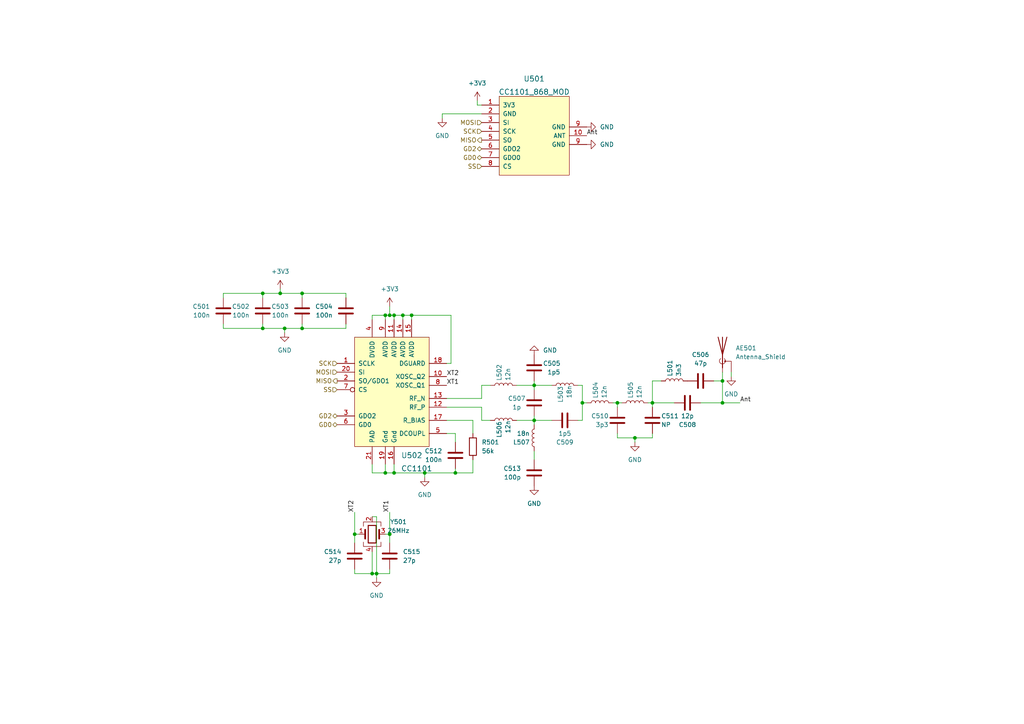
<source format=kicad_sch>
(kicad_sch (version 20211123) (generator eeschema)
  (paper "A4")
  (lib_symbols
    (symbol "CC1101_868_MOD:CC1101_868_MOD" (pin_names (offset 1.016))
      (property "Reference" "U503" (at 0 16.51 0))
      (property "Value" "CC1101_868_MOD" (at 0 12.7 0))
      (symbol "CC1101_868_MOD_0_1"
        (rectangle (start -10.16 11.43) (end 10.16 -11.43) (fill (type background)))
      )
      (symbol "CC1101_868_MOD_1_1"
        (pin unspecified line (at -15.24 8.89 0) (length 5.08) (name "3V3") (number "1"))
        (pin unspecified line (at 15.24 0 180) (length 5.08) (name "ANT") (number "10"))
        (pin unspecified line (at -15.24 6.35 0) (length 5.08) (name "GND") (number "2"))
        (pin unspecified line (at -15.24 3.81 0) (length 5.08) (name "SI") (number "3"))
        (pin unspecified line (at -15.24 1.27 0) (length 5.08) (name "SCK") (number "4"))
        (pin unspecified line (at -15.24 -1.27 0) (length 5.08) (name "SO") (number "5"))
        (pin unspecified line (at -15.24 -3.81 0) (length 5.08) (name "GDO2") (number "6"))
        (pin unspecified line (at -15.24 -6.35 0) (length 5.08) (name "GDO0") (number "7"))
        (pin unspecified line (at -15.24 -8.89 0) (length 5.08) (name "CS") (number "8"))
        (pin unspecified line (at 15.24 -2.54 180) (length 5.08) (name "GND") (number "9"))
        (pin unspecified line (at 15.24 2.54 180) (length 5.08) (name "GND") (number "9"))
      )
    )
    (symbol "Device:Antenna_Shield" (pin_numbers hide) (pin_names (offset 1.016) hide)
      (property "Reference" "AE" (at -1.905 4.445 0))
      (property "Value" "Antenna_Shield" (at -1.905 2.54 0))
      (symbol "Antenna_Shield_0_1"
        (arc (start -0.508 -1.143) (mid -0.8429 -2.1194) (end 0 -2.667))
        (arc (start 0 -2.667) (mid 0.7989 -2.1052) (end 0.508 -1.143))
        (polyline (pts (xy 0 -2.54) (xy 0 0)))
        (polyline (pts (xy 0 5.08) (xy 0 -3.81)) (stroke (width 0.254)))
        (polyline (pts (xy 0.762 -1.905) (xy 2.54 -1.905)))
        (polyline (pts (xy 2.54 -2.54) (xy 2.54 -1.905)))
        (polyline (pts (xy 1.27 5.08) (xy 0 0) (xy -1.27 5.08)) (stroke (width 0.254)))
        (circle (center 0.762 -1.905) (radius 0.1778) (fill (type outline)))
      )
      (symbol "Antenna_Shield_1_1"
        (pin input line (at 0 -5.08 90) (length 2.54) (name "A") (number "1"))
        (pin input line (at 2.54 -5.08 90) (length 2.54) (name "Shield") (number "2"))
      )
    )
    (symbol "Device:C" (pin_numbers hide) (pin_names (offset 0.254))
      (property "Reference" "C" (at 0.635 2.54 0))
      (property "Value" "C" (at 0.635 -2.54 0))
      (symbol "C_0_1"
        (polyline (pts (xy -2.032 -0.762) (xy 2.032 -0.762)) (stroke (width 0.508)))
        (polyline (pts (xy -2.032 0.762) (xy 2.032 0.762)) (stroke (width 0.508)))
      )
      (symbol "C_1_1"
        (pin passive line (at 0 3.81 270) (length 2.794) (name "~") (number "1"))
        (pin passive line (at 0 -3.81 90) (length 2.794) (name "~") (number "2"))
      )
    )
    (symbol "Device:Crystal_GND24" (pin_names (offset 1.016) hide)
      (property "Reference" "Y" (at 3.175 5.08 0))
      (property "Value" "Crystal_GND24" (at 3.175 3.175 0))
      (symbol "Crystal_GND24_0_1"
        (rectangle (start -1.143 2.54) (end 1.143 -2.54) (stroke (width 0.3048)))
        (polyline (pts (xy -2.54 0) (xy -2.032 0)))
        (polyline (pts (xy -2.032 -1.27) (xy -2.032 1.27)) (stroke (width 0.508)))
        (polyline (pts (xy 0 -3.81) (xy 0 -3.556)))
        (polyline (pts (xy 0 3.556) (xy 0 3.81)))
        (polyline (pts (xy 2.032 -1.27) (xy 2.032 1.27)) (stroke (width 0.508)))
        (polyline (pts (xy 2.032 0) (xy 2.54 0)))
        (polyline (pts (xy -2.54 -2.286) (xy -2.54 -3.556) (xy 2.54 -3.556) (xy 2.54 -2.286)))
        (polyline (pts (xy -2.54 2.286) (xy -2.54 3.556) (xy 2.54 3.556) (xy 2.54 2.286)))
      )
      (symbol "Crystal_GND24_1_1"
        (pin passive line (at -3.81 0 0) (length 1.27) (name "1") (number "1"))
        (pin passive line (at 0 5.08 270) (length 1.27) (name "2") (number "2"))
        (pin passive line (at 3.81 0 180) (length 1.27) (name "3") (number "3"))
        (pin passive line (at 0 -5.08 90) (length 1.27) (name "4") (number "4"))
      )
    )
    (symbol "Device:L" (pin_numbers hide) (pin_names (offset 1.016) hide)
      (property "Reference" "L" (at -1.27 0 90))
      (property "Value" "L" (at 1.905 0 90))
      (symbol "L_0_1"
        (arc (start 0 -2.54) (mid 0.635 -1.905) (end 0 -1.27))
        (arc (start 0 -1.27) (mid 0.635 -0.635) (end 0 0))
        (arc (start 0 0) (mid 0.635 0.635) (end 0 1.27))
        (arc (start 0 1.27) (mid 0.635 1.905) (end 0 2.54))
      )
      (symbol "L_1_1"
        (pin passive line (at 0 3.81 270) (length 1.27) (name "1") (number "1"))
        (pin passive line (at 0 -3.81 90) (length 1.27) (name "2") (number "2"))
      )
    )
    (symbol "Device:R" (pin_numbers hide) (pin_names (offset 0))
      (property "Reference" "R" (at 2.032 0 90))
      (property "Value" "R" (at 0 0 90))
      (symbol "R_0_1"
        (rectangle (start -1.016 -2.54) (end 1.016 2.54) (stroke (width 0.254)))
      )
      (symbol "R_1_1"
        (pin passive line (at 0 3.81 270) (length 1.27) (name "~") (number "1"))
        (pin passive line (at 0 -3.81 90) (length 1.27) (name "~") (number "2"))
      )
    )
    (symbol "cc1101:CC1101" (pin_names (offset 1.016))
      (property "Reference" "U" (at 0 -1.27 0))
      (property "Value" "CC1101" (at 0 1.27 0))
      (symbol "CC1101_0_1"
        (rectangle (start -10.16 20.32) (end 11.43 -11.43) (fill (type background)))
      )
      (symbol "CC1101_1_1"
        (pin input line (at -15.24 12.7 0) (length 5.08) (name "SCLK") (number "1"))
        (pin unspecified line (at 16.51 8.89 180) (length 5.08) (name "XOSC_Q2") (number "10"))
        (pin power_in line (at 1.27 25.4 270) (length 5.08) (name "AVDD") (number "11"))
        (pin power_out line (at 16.51 0 180) (length 5.08) (name "RF_P") (number "12"))
        (pin power_out line (at 16.51 2.54 180) (length 5.08) (name "RF_N") (number "13"))
        (pin power_in line (at 3.81 25.4 270) (length 5.08) (name "AVDD") (number "14"))
        (pin power_in line (at 6.35 25.4 270) (length 5.08) (name "AVDD") (number "15"))
        (pin power_in line (at 1.27 -16.51 90) (length 5.08) (name "Gnd") (number "16"))
        (pin unspecified line (at 16.51 -3.81 180) (length 5.08) (name "R_BIAS") (number "17"))
        (pin power_in line (at 16.51 12.7 180) (length 5.08) (name "DGUARD") (number "18"))
        (pin power_in line (at -1.27 -16.51 90) (length 5.08) (name "Gnd") (number "19"))
        (pin output line (at -15.24 7.62 0) (length 5.08) (name "SO/GDO1") (number "2"))
        (pin input line (at -15.24 10.16 0) (length 5.08) (name "SI") (number "20"))
        (pin power_in line (at -5.08 -16.51 90) (length 5.08) (name "PAD") (number "21"))
        (pin output line (at -15.24 -2.54 0) (length 5.08) (name "GDO2") (number "3"))
        (pin power_in line (at -5.08 25.4 270) (length 5.08) (name "DVDD") (number "4"))
        (pin unspecified line (at 16.51 -7.62 180) (length 5.08) (name "DCOUPL") (number "5"))
        (pin output line (at -15.24 -5.08 0) (length 5.08) (name "GD0") (number "6"))
        (pin input inverted (at -15.24 5.08 0) (length 5.08) (name "CS") (number "7"))
        (pin input line (at 16.51 6.35 180) (length 5.08) (name "XOSC_Q1") (number "8"))
        (pin power_in line (at -1.27 25.4 270) (length 5.08) (name "AVDD") (number "9"))
      )
    )
    (symbol "power:+3V3" (power) (pin_names (offset 0))
      (property "Value" "+3V3" (at 0 3.556 0))
      (symbol "+3V3_0_1"
        (polyline (pts (xy -0.762 1.27) (xy 0 2.54)))
        (polyline (pts (xy 0 0) (xy 0 2.54)))
        (polyline (pts (xy 0 2.54) (xy 0.762 1.27)))
      )
      (symbol "+3V3_1_1"
        (pin power_in line (at 0 0 90) (length 0) hide (name "+3V3") (number "1"))
      )
    )
    (symbol "power:GND" (power) (pin_names (offset 0))
      (property "Value" "GND" (at 0 -3.81 0))
      (symbol "GND_0_1"
        (polyline (pts (xy 0 0) (xy 0 -1.27) (xy 1.27 -1.27) (xy 0 -2.54) (xy -1.27 -1.27) (xy 0 -1.27)))
      )
      (symbol "GND_1_1"
        (pin power_in line (at 0 0 270) (length 0) hide (name "GND") (number "1"))
      )
    )
  )
  (junction (at 154.94 111.76))
  (junction (at 123.19 137.16))
  (junction (at 87.63 95.25))
  (junction (at 81.28 85.09))
  (junction (at 87.63 85.09))
  (junction (at 111.76 137.16))
  (junction (at 189.23 116.84))
  (junction (at 113.03 154.94))
  (junction (at 184.15 127))
  (junction (at 82.55 95.25))
  (junction (at 102.87 154.94))
  (junction (at 109.22 166.37))
  (junction (at 209.55 110.49))
  (junction (at 132.08 137.16))
  (junction (at 114.3 137.16))
  (junction (at 107.95 166.37))
  (junction (at 76.2 95.25))
  (junction (at 119.38 91.44))
  (junction (at 116.84 91.44))
  (junction (at 168.91 116.84))
  (junction (at 154.94 121.92))
  (junction (at 179.07 116.84))
  (junction (at 209.55 116.84))
  (junction (at 113.03 91.44))
  (junction (at 111.76 91.44))
  (junction (at 114.3 91.44))
  (junction (at 76.2 85.09))
  (wire (pts (xy 76.2 85.09) (xy 76.2 86.36)))
  (wire (pts (xy 139.7 121.92) (xy 142.24 121.92)))
  (wire (pts (xy 109.22 166.37) (xy 113.03 166.37)))
  (wire (pts (xy 81.28 85.09) (xy 87.63 85.09)))
  (wire (pts (xy 209.55 116.84) (xy 209.55 110.49)))
  (wire (pts (xy 119.38 91.44) (xy 130.81 91.44)))
  (wire (pts (xy 149.86 121.92) (xy 154.94 121.92)))
  (wire (pts (xy 179.07 116.84) (xy 180.34 116.84)))
  (wire (pts (xy 129.54 118.11) (xy 139.7 118.11)))
  (wire (pts (xy 179.07 125.73) (xy 179.07 127)))
  (wire (pts (xy 179.07 127) (xy 184.15 127)))
  (wire (pts (xy 168.91 116.84) (xy 168.91 121.92)))
  (wire (pts (xy 207.01 110.49) (xy 209.55 110.49)))
  (wire (pts (xy 76.2 85.09) (xy 81.28 85.09)))
  (wire (pts (xy 179.07 116.84) (xy 179.07 118.11)))
  (wire (pts (xy 109.22 166.37) (xy 109.22 167.64)))
  (wire (pts (xy 123.19 137.16) (xy 132.08 137.16)))
  (wire (pts (xy 107.95 166.37) (xy 109.22 166.37)))
  (wire (pts (xy 111.76 137.16) (xy 114.3 137.16)))
  (wire (pts (xy 113.03 165.1) (xy 113.03 166.37)))
  (wire (pts (xy 129.54 125.73) (xy 132.08 125.73)))
  (wire (pts (xy 129.54 121.92) (xy 137.16 121.92)))
  (wire (pts (xy 154.94 130.81) (xy 154.94 133.35)))
  (wire (pts (xy 113.03 88.9) (xy 113.03 91.44)))
  (wire (pts (xy 87.63 85.09) (xy 100.33 85.09)))
  (wire (pts (xy 209.55 110.49) (xy 209.55 107.95)))
  (wire (pts (xy 123.19 137.16) (xy 123.19 138.43)))
  (wire (pts (xy 64.77 86.36) (xy 64.77 85.09)))
  (wire (pts (xy 167.64 111.76) (xy 168.91 111.76)))
  (wire (pts (xy 168.91 121.92) (xy 167.64 121.92)))
  (wire (pts (xy 189.23 116.84) (xy 195.58 116.84)))
  (wire (pts (xy 109.22 149.86) (xy 109.22 166.37)))
  (wire (pts (xy 102.87 148.59) (xy 102.87 154.94)))
  (wire (pts (xy 212.09 107.95) (xy 212.09 109.22)))
  (wire (pts (xy 189.23 116.84) (xy 189.23 118.11)))
  (wire (pts (xy 154.94 111.76) (xy 160.02 111.76)))
  (wire (pts (xy 100.33 95.25) (xy 100.33 93.98)))
  (wire (pts (xy 177.8 116.84) (xy 179.07 116.84)))
  (wire (pts (xy 139.7 111.76) (xy 139.7 115.57)))
  (wire (pts (xy 130.81 91.44) (xy 130.81 105.41)))
  (wire (pts (xy 107.95 92.71) (xy 107.95 91.44)))
  (wire (pts (xy 113.03 91.44) (xy 114.3 91.44)))
  (wire (pts (xy 113.03 154.94) (xy 113.03 157.48)))
  (wire (pts (xy 82.55 95.25) (xy 87.63 95.25)))
  (wire (pts (xy 154.94 121.92) (xy 154.94 123.19)))
  (wire (pts (xy 64.77 95.25) (xy 76.2 95.25)))
  (wire (pts (xy 168.91 116.84) (xy 170.18 116.84)))
  (wire (pts (xy 168.91 111.76) (xy 168.91 116.84)))
  (wire (pts (xy 76.2 95.25) (xy 76.2 93.98)))
  (wire (pts (xy 138.43 30.48) (xy 139.7 30.48)))
  (wire (pts (xy 139.7 33.02) (xy 128.27 33.02)))
  (wire (pts (xy 154.94 110.49) (xy 154.94 111.76)))
  (wire (pts (xy 149.86 111.76) (xy 154.94 111.76)))
  (wire (pts (xy 76.2 95.25) (xy 82.55 95.25)))
  (wire (pts (xy 137.16 121.92) (xy 137.16 125.73)))
  (wire (pts (xy 102.87 166.37) (xy 102.87 165.1)))
  (wire (pts (xy 111.76 91.44) (xy 111.76 92.71)))
  (wire (pts (xy 107.95 134.62) (xy 107.95 137.16)))
  (wire (pts (xy 154.94 120.65) (xy 154.94 121.92)))
  (wire (pts (xy 87.63 95.25) (xy 87.63 93.98)))
  (wire (pts (xy 132.08 137.16) (xy 137.16 137.16)))
  (wire (pts (xy 138.43 29.21) (xy 138.43 30.48)))
  (wire (pts (xy 119.38 91.44) (xy 119.38 92.71)))
  (wire (pts (xy 113.03 148.59) (xy 113.03 154.94)))
  (wire (pts (xy 142.24 111.76) (xy 139.7 111.76)))
  (wire (pts (xy 64.77 95.25) (xy 64.77 93.98)))
  (wire (pts (xy 187.96 116.84) (xy 189.23 116.84)))
  (wire (pts (xy 137.16 137.16) (xy 137.16 133.35)))
  (wire (pts (xy 114.3 137.16) (xy 123.19 137.16)))
  (wire (pts (xy 87.63 85.09) (xy 87.63 86.36)))
  (wire (pts (xy 64.77 85.09) (xy 76.2 85.09)))
  (wire (pts (xy 189.23 110.49) (xy 191.77 110.49)))
  (wire (pts (xy 184.15 127) (xy 189.23 127)))
  (wire (pts (xy 107.95 91.44) (xy 111.76 91.44)))
  (wire (pts (xy 81.28 83.82) (xy 81.28 85.09)))
  (wire (pts (xy 116.84 91.44) (xy 119.38 91.44)))
  (wire (pts (xy 189.23 110.49) (xy 189.23 116.84)))
  (wire (pts (xy 111.76 154.94) (xy 113.03 154.94)))
  (wire (pts (xy 184.15 127) (xy 184.15 128.27)))
  (wire (pts (xy 132.08 135.89) (xy 132.08 137.16)))
  (wire (pts (xy 87.63 95.25) (xy 100.33 95.25)))
  (wire (pts (xy 114.3 91.44) (xy 116.84 91.44)))
  (wire (pts (xy 139.7 115.57) (xy 129.54 115.57)))
  (wire (pts (xy 209.55 116.84) (xy 214.63 116.84)))
  (wire (pts (xy 102.87 154.94) (xy 102.87 157.48)))
  (wire (pts (xy 114.3 134.62) (xy 114.3 137.16)))
  (wire (pts (xy 111.76 134.62) (xy 111.76 137.16)))
  (wire (pts (xy 203.2 116.84) (xy 209.55 116.84)))
  (wire (pts (xy 111.76 91.44) (xy 113.03 91.44)))
  (wire (pts (xy 107.95 166.37) (xy 102.87 166.37)))
  (wire (pts (xy 100.33 85.09) (xy 100.33 86.36)))
  (wire (pts (xy 130.81 105.41) (xy 129.54 105.41)))
  (wire (pts (xy 116.84 91.44) (xy 116.84 92.71)))
  (wire (pts (xy 128.27 33.02) (xy 128.27 34.29)))
  (wire (pts (xy 107.95 160.02) (xy 107.95 166.37)))
  (wire (pts (xy 189.23 127) (xy 189.23 125.73)))
  (wire (pts (xy 132.08 125.73) (xy 132.08 128.27)))
  (wire (pts (xy 114.3 91.44) (xy 114.3 92.71)))
  (wire (pts (xy 154.94 121.92) (xy 160.02 121.92)))
  (wire (pts (xy 139.7 118.11) (xy 139.7 121.92)))
  (wire (pts (xy 82.55 95.25) (xy 82.55 96.52)))
  (wire (pts (xy 154.94 111.76) (xy 154.94 113.03)))
  (wire (pts (xy 102.87 154.94) (xy 104.14 154.94)))
  (wire (pts (xy 107.95 149.86) (xy 109.22 149.86)))
  (wire (pts (xy 107.95 137.16) (xy 111.76 137.16)))
  (label "Ant" (at 170.18 39.37 0))
  (label "XT1" (at 113.03 148.59 90))
  (label "XT2" (at 129.54 109.22 0))
  (label "XT1" (at 129.54 111.76 0))
  (label "Ant" (at 214.63 116.84 0))
  (label "XT2" (at 102.87 148.59 90))
  (hierarchical_label "GD0" (shape bidirectional) (at 139.7 45.72 180))
  (hierarchical_label "SS" (shape input) (at 139.7 48.26 180))
  (hierarchical_label "MISO" (shape output) (at 97.79 110.49 180))
  (hierarchical_label "SCK" (shape input) (at 139.7 38.1 180))
  (hierarchical_label "GD0" (shape bidirectional) (at 97.79 123.19 180))
  (hierarchical_label "MISO" (shape output) (at 139.7 40.64 180))
  (hierarchical_label "SS" (shape input) (at 97.79 113.03 180))
  (hierarchical_label "GD2" (shape bidirectional) (at 97.79 120.65 180))
  (hierarchical_label "SCK" (shape input) (at 97.79 105.41 180))
  (hierarchical_label "GD2" (shape bidirectional) (at 139.7 43.18 180))
  (hierarchical_label "MOSI" (shape input) (at 139.7 35.56 180))
  (hierarchical_label "MOSI" (shape input) (at 97.79 107.95 180))
  (symbol (lib_id "Device:C") (at 179.07 121.92 180) (unit 1)
    (property "Reference" "C510" (at 171.45 120.65 0) (effects (justify right)))
    (property "Value" "3p3" (at 172.72 123.19 0) (effects (justify right)))
    (property "Footprint" "Capacitor_SMD:C_0603_1608Metric" (effects hide))
    (property "Link" "https://www.lcsc.com/product-detail/Multilayer-Ceramic-Capacitors-MLCC-SMD-SMT_PSA-Prosperity-Dielectrics-FN18N3R3B500PSG_C565613.html" (effects hide))
  )
  (symbol (lib_id "power:GND") (at 184.15 128.27 0) (unit 1)
    (property "Reference" "#PWR0510" (effects hide))
    (property "Value" "GND" (at 184.15 133.35 0))
  )
  (symbol (lib_id "power:GND") (at 128.27 34.29 0) (unit 1)
    (property "Reference" "#PWR0502" (effects hide))
    (property "Value" "GND" (at 128.27 39.37 0))
  )
  (symbol (lib_id "Device:L") (at 146.05 111.76 90) (unit 1)
    (property "Reference" "L502" (at 144.7799 110.49 0) (effects (justify left)))
    (property "Value" "12n" (at 147.3199 110.49 0) (effects (justify left)))
    (property "Footprint" "Inductor_SMD:L_0603_1608Metric" (effects hide))
    (property "Link" "https://www.lcsc.com/product-detail/Inductors-SMD_Murata-Electronics-LQW18AN12NJ10D_C341692.html" (effects hide))
  )
  (symbol (lib_id "Device:R") (at 137.16 129.54 0) (unit 1)
    (property "Reference" "R501" (at 139.7 128.2699 0) (effects (justify left)))
    (property "Value" "56k" (at 139.7 130.8099 0) (effects (justify left)))
    (property "Footprint" "Resistor_SMD:R_0603_1608Metric" (effects hide))
  )
  (symbol (lib_id "Device:L") (at 184.15 116.84 90) (unit 1)
    (property "Reference" "L505" (at 182.8799 115.57 0) (effects (justify left)))
    (property "Value" "12n" (at 185.4199 115.57 0) (effects (justify left)))
    (property "Footprint" "Inductor_SMD:L_0603_1608Metric" (effects hide))
    (property "Link" "https://www.lcsc.com/product-detail/Inductors-SMD_Murata-Electronics-LQW18AN12NJ10D_C341692.html" (effects hide))
  )
  (symbol (lib_id "cc1101:CC1101") (at 113.03 118.11 0) (unit 1)
    (property "Reference" "U502" (at 116.3194 132.08 0) (effects (font (size 1.524 1.524)) (justify left)))
    (property "Value" "CC1101" (at 116.3194 135.89 0) (effects (font (size 1.524 1.524)) (justify left)))
    (property "Footprint" "Package_DFN_QFN:QFN-20-1EP_4x4mm_P0.5mm_EP2.5x2.5mm" (effects hide))
    (property "Link" "https://www.lcsc.com/product-detail/RF-Transceiver-ICs_Texas-Instruments-CC1101RGPR_C29953.html" (effects hide))
  )
  (symbol (lib_id "power:GND") (at 154.94 102.87 180) (unit 1)
    (property "Reference" "#PWR0508" (effects hide))
    (property "Value" "GND" (at 157.48 101.5999 0) (effects (justify right)))
  )
  (symbol (lib_id "Device:C") (at 100.33 90.17 0) (mirror x) (unit 1)
    (property "Reference" "C504" (at 96.52 88.8999 0) (effects (justify right)))
    (property "Value" "100n" (at 96.52 91.4399 0) (effects (justify right)))
    (property "Footprint" "Capacitor_SMD:C_0603_1608Metric" (effects hide))
    (property "Link" "https://www.lcsc.com/product-detail/Multilayer-Ceramic-Capacitors-MLCC-SMD-SMT_FH-Guangdong-Fenghua-Advanced-Tech-0603B104K500NT_C30926.html" (effects hide))
  )
  (symbol (lib_id "Device:C") (at 154.94 106.68 0) (unit 1)
    (property "Reference" "C505" (at 157.48 105.41 0) (effects (justify left)))
    (property "Value" "1p5" (at 158.75 107.9499 0) (effects (justify left)))
    (property "Footprint" "Capacitor_SMD:C_0603_1608Metric" (effects hide))
    (property "Link" "https://www.lcsc.com/product-detail/Multilayer-Ceramic-Capacitors-MLCC-SMD-SMT_YAGEO-CC0603BRNPO9BN1R5_C519100.html" (effects hide))
  )
  (symbol (lib_id "power:+3V3") (at 113.03 88.9 0) (unit 1)
    (property "Reference" "#PWR0506" (effects hide))
    (property "Value" "+3V3" (at 113.03 83.82 0))
  )
  (symbol (lib_id "Device:C") (at 132.08 132.08 0) (mirror x) (unit 1)
    (property "Reference" "C512" (at 128.27 130.8099 0) (effects (justify right)))
    (property "Value" "100n" (at 128.27 133.3499 0) (effects (justify right)))
    (property "Footprint" "Capacitor_SMD:C_0603_1608Metric" (effects hide))
    (property "Link" "https://www.lcsc.com/product-detail/Multilayer-Ceramic-Capacitors-MLCC-SMD-SMT_FH-Guangdong-Fenghua-Advanced-Tech-0603B104K500NT_C30926.html" (effects hide))
  )
  (symbol (lib_id "Device:C") (at 87.63 90.17 0) (mirror x) (unit 1)
    (property "Reference" "C503" (at 83.82 88.8999 0) (effects (justify right)))
    (property "Value" "100n" (at 83.82 91.4399 0) (effects (justify right)))
    (property "Footprint" "Capacitor_SMD:C_0603_1608Metric" (effects hide))
    (property "Link" "https://www.lcsc.com/product-detail/Multilayer-Ceramic-Capacitors-MLCC-SMD-SMT_FH-Guangdong-Fenghua-Advanced-Tech-0603B104K500NT_C30926.html" (effects hide))
  )
  (symbol (lib_id "Device:C") (at 199.39 116.84 90) (unit 1)
    (property "Reference" "C508" (at 199.39 123.19 90))
    (property "Value" "12p" (at 199.39 120.65 90))
    (property "Footprint" "Capacitor_SMD:C_0603_1608Metric" (effects hide))
    (property "Link" "https://www.lcsc.com/product-detail/Multilayer-Ceramic-Capacitors-MLCC-SMD-SMT_YAGEO-CC0603BRNPO9BN1R0_C115062.html" (effects hide))
  )
  (symbol (lib_id "power:+3V3") (at 81.28 83.82 0) (unit 1)
    (property "Reference" "#PWR0505" (effects hide))
    (property "Value" "+3V3" (at 81.28 78.74 0))
  )
  (symbol (lib_id "Device:C") (at 203.2 110.49 90) (unit 1)
    (property "Reference" "C506" (at 203.2 102.87 90))
    (property "Value" "47p" (at 203.2 105.41 90))
    (property "Footprint" "Capacitor_SMD:C_0603_1608Metric" (effects hide))
    (property "Link" "https://www.lcsc.com/product-detail/Multilayer-Ceramic-Capacitors-MLCC-SMD-SMT_YAGEO-CC0603JRNPO9BN470_C105622.html" (effects hide))
  )
  (symbol (lib_id "Device:C") (at 189.23 121.92 180) (unit 1)
    (property "Reference" "C511" (at 191.77 120.65 0) (effects (justify right)))
    (property "Value" "NP" (at 191.77 123.19 0) (effects (justify right)))
    (property "Footprint" "Capacitor_SMD:C_0603_1608Metric" (effects hide))
    (property "Comments" "Only for 433 MHz" (effects hide))
  )
  (symbol (lib_id "power:GND") (at 154.94 140.97 0) (unit 1)
    (property "Reference" "#PWR0512" (effects hide))
    (property "Value" "GND" (at 154.94 146.05 0))
  )
  (symbol (lib_id "Device:C") (at 163.83 121.92 90) (unit 1)
    (property "Reference" "C509" (at 163.83 128.27 90))
    (property "Value" "1p5" (at 163.83 125.73 90))
    (property "Footprint" "Capacitor_SMD:C_0603_1608Metric" (effects hide))
    (property "Link" "https://www.lcsc.com/product-detail/Multilayer-Ceramic-Capacitors-MLCC-SMD-SMT_YAGEO-CC0603BRNPO9BN1R5_C519100.html" (effects hide))
  )
  (symbol (lib_id "power:GND") (at 123.19 138.43 0) (unit 1)
    (property "Reference" "#PWR0511" (effects hide))
    (property "Value" "GND" (at 123.19 143.51 0))
  )
  (symbol (lib_id "power:GND") (at 170.18 41.91 90) (unit 1)
    (property "Reference" "#PWR0504" (effects hide))
    (property "Value" "GND" (at 173.99 41.9099 90) (effects (justify right)))
  )
  (symbol (lib_id "Device:L") (at 163.83 111.76 90) (unit 1)
    (property "Reference" "L503" (at 162.56 116.84 0) (effects (justify left)))
    (property "Value" "18n" (at 165.1 115.57 0) (effects (justify left)))
    (property "Footprint" "Inductor_SMD:L_0603_1608Metric" (effects hide))
    (property "Link" "https://www.lcsc.com/product-detail/Inductors-SMD_CEC-Shenzhen-Zhenhua-Fu-Elec-CH1608H18NJ-f_C316321.html" (effects hide))
  )
  (symbol (lib_id "Device:L") (at 173.99 116.84 90) (unit 1)
    (property "Reference" "L504" (at 172.7199 115.57 0) (effects (justify left)))
    (property "Value" "12n" (at 175.2599 115.57 0) (effects (justify left)))
    (property "Footprint" "Inductor_SMD:L_0603_1608Metric" (effects hide))
    (property "Link" "https://www.lcsc.com/product-detail/Inductors-SMD_Murata-Electronics-LQW18AN12NJ10D_C341692.html" (effects hide))
  )
  (symbol (lib_id "Device:C") (at 76.2 90.17 0) (mirror x) (unit 1)
    (property "Reference" "C502" (at 72.39 88.8999 0) (effects (justify right)))
    (property "Value" "100n" (at 72.39 91.4399 0) (effects (justify right)))
    (property "Footprint" "Capacitor_SMD:C_0603_1608Metric" (effects hide))
    (property "Link" "https://www.lcsc.com/product-detail/Multilayer-Ceramic-Capacitors-MLCC-SMD-SMT_FH-Guangdong-Fenghua-Advanced-Tech-0603B104K500NT_C30926.html" (effects hide))
  )
  (symbol (lib_id "Device:C") (at 64.77 90.17 0) (mirror x) (unit 1)
    (property "Reference" "C501" (at 60.96 88.8999 0) (effects (justify right)))
    (property "Value" "100n" (at 60.96 91.4399 0) (effects (justify right)))
    (property "Footprint" "Capacitor_SMD:C_0603_1608Metric" (effects hide))
    (property "Link" "https://www.lcsc.com/product-detail/Multilayer-Ceramic-Capacitors-MLCC-SMD-SMT_FH-Guangdong-Fenghua-Advanced-Tech-0603B104K500NT_C30926.html" (effects hide))
  )
  (symbol (lib_id "Device:L") (at 154.94 127 180) (unit 1)
    (property "Reference" "L507" (at 153.67 128.2701 0) (effects (justify left)))
    (property "Value" "18n" (at 153.67 125.7301 0) (effects (justify left)))
    (property "Footprint" "Inductor_SMD:L_0603_1608Metric" (effects hide))
    (property "Link" "https://www.lcsc.com/product-detail/Inductors-SMD_CEC-Shenzhen-Zhenhua-Fu-Elec-CH1608H18NJ-f_C316321.html" (effects hide))
  )
  (symbol (lib_id "power:GND") (at 212.09 109.22 0) (unit 1)
    (property "Reference" "#PWR0509" (effects hide))
    (property "Value" "GND" (at 212.09 114.3 0))
  )
  (symbol (lib_id "Device:L") (at 146.05 121.92 90) (unit 1)
    (property "Reference" "L506" (at 144.78 127 0) (effects (justify left)))
    (property "Value" "12n" (at 147.32 125.73 0) (effects (justify left)))
    (property "Footprint" "Inductor_SMD:L_0603_1608Metric" (effects hide))
    (property "Link" "https://www.lcsc.com/product-detail/Inductors-SMD_Murata-Electronics-LQW18AN12NJ10D_C341692.html" (effects hide))
  )
  (symbol (lib_id "Device:C") (at 113.03 161.29 180) (unit 1)
    (property "Reference" "C515" (at 116.84 160.0199 0) (effects (justify right)))
    (property "Value" "27p" (at 116.84 162.5599 0) (effects (justify right)))
    (property "Footprint" "Capacitor_SMD:C_0603_1608Metric" (effects hide))
    (property "Comments" "Match to Crystal" (effects hide))
    (property "Link" "https://www.lcsc.com/product-detail/Multilayer-Ceramic-Capacitors-MLCC-SMD-SMT_YAGEO-CC0603JRNPO9BN270_C107045.html" (effects hide))
  )
  (symbol (lib_id "Device:Crystal_GND24") (at 107.95 154.94 0) (unit 1)
    (property "Reference" "Y501" (at 115.57 151.3586 0))
    (property "Value" "26MHz" (at 115.57 153.8986 0))
    (property "Footprint" "Crystal:Crystal_SMD_3225-4Pin_3.2x2.5mm" (effects hide))
    (property "Comments" "NDK, NX3225GA-26" (effects hide))
    (property "Link" "https://www.lcsc.com/product-detail/Crystals_NDK-NX3225GA-26MHZ-EXS00A-CG01972_C485372.html" (effects hide))
  )
  (symbol (lib_id "power:GND") (at 170.18 36.83 90) (unit 1)
    (property "Reference" "#PWR0503" (effects hide))
    (property "Value" "GND" (at 173.99 36.8299 90) (effects (justify right)))
  )
  (symbol (lib_id "power:GND") (at 109.22 167.64 0) (mirror y) (unit 1)
    (property "Reference" "#PWR0513" (effects hide))
    (property "Value" "GND" (at 109.22 172.72 0))
  )
  (symbol (lib_id "power:+3V3") (at 138.43 29.21 0) (unit 1)
    (property "Reference" "#PWR0501" (effects hide))
    (property "Value" "+3V3" (at 138.43 24.13 0))
  )
  (symbol (lib_id "Device:L") (at 195.58 110.49 90) (unit 1)
    (property "Reference" "L501" (at 194.3099 109.22 0) (effects (justify left)))
    (property "Value" "3n3" (at 196.8499 109.22 0) (effects (justify left)))
    (property "Footprint" "Inductor_SMD:L_0603_1608Metric" (effects hide))
    (property "Link" "https://www.lcsc.com/product-detail/Inductors-SMD_Taiyo-Yuden-HK16083N3S-T_C222664.html" (effects hide))
  )
  (symbol (lib_id "Device:C") (at 154.94 116.84 0) (unit 1)
    (property "Reference" "C507" (at 147.32 115.57 0) (effects (justify left)))
    (property "Value" "1p" (at 148.59 118.11 0) (effects (justify left)))
    (property "Footprint" "Capacitor_SMD:C_0603_1608Metric" (effects hide))
    (property "Link" "https://www.lcsc.com/product-detail/Multilayer-Ceramic-Capacitors-MLCC-SMD-SMT_YAGEO-CC0603BRNPO9BN1R0_C115062.html" (effects hide))
  )
  (symbol (lib_id "Device:Antenna_Shield") (at 209.55 102.87 0) (unit 1)
    (property "Reference" "AE501" (at 213.36 100.9649 0) (effects (justify left)))
    (property "Value" "Antenna_Shield" (at 213.36 103.5049 0) (effects (justify left)))
    (property "Footprint" "Connector_Coaxial:U.FL_Molex_MCRF_73412-0110_Vertical" (effects hide))
    (property "Link" "https://www.lcsc.com/product-detail/RF-Connectors-Coaxial-Connectors_BAT-WIRELESS-BWU-FL-IPEX1_C5137195.html" (effects hide))
  )
  (symbol (lib_id "CC1101_868_MOD:CC1101_868_MOD") (at 154.94 39.37 0) (unit 1)
    (property "Reference" "U501" (at 154.94 22.86 0) (effects (font (size 1.524 1.524))))
    (property "Value" "CC1101_868_MOD" (at 154.94 26.67 0) (effects (font (size 1.524 1.524))))
    (property "Footprint" "CC1101_MOD868:CC1101_MOD868" (effects hide))
    (property "Comments" "Off the shelf CC1101 RF Module (to avoid soldering QFN CC1101)" (effects hide))
    (property "Link" "(https://www.ebay.de/itm/255303520612)" (effects hide))
  )
  (symbol (lib_id "Device:C") (at 154.94 137.16 0) (mirror x) (unit 1)
    (property "Reference" "C513" (at 151.13 135.8899 0) (effects (justify right)))
    (property "Value" "100p" (at 151.13 138.4299 0) (effects (justify right)))
    (property "Footprint" "Capacitor_SMD:C_0603_1608Metric" (effects hide))
    (property "Link" "https://www.lcsc.com/product-detail/Multilayer-Ceramic-Capacitors-MLCC-SMD-SMT_YAGEO-CC0603JRNPO9BN101_C14665.html" (effects hide))
  )
  (symbol (lib_id "power:GND") (at 82.55 96.52 0) (mirror y) (unit 1)
    (property "Reference" "#PWR0507" (effects hide))
    (property "Value" "GND" (at 82.55 101.6 0))
  )
  (symbol (lib_id "Device:C") (at 102.87 161.29 0) (mirror x) (unit 1)
    (property "Reference" "C514" (at 99.06 160.0199 0) (effects (justify right)))
    (property "Value" "27p" (at 99.06 162.5599 0) (effects (justify right)))
    (property "Footprint" "Capacitor_SMD:C_0603_1608Metric" (effects hide))
    (property "Comments" "Match to Crystal" (effects hide))
    (property "Link" "https://www.lcsc.com/product-detail/Multilayer-Ceramic-Capacitors-MLCC-SMD-SMT_YAGEO-CC0603JRNPO9BN270_C107045.html" (effects hide))
  )
)
</source>
